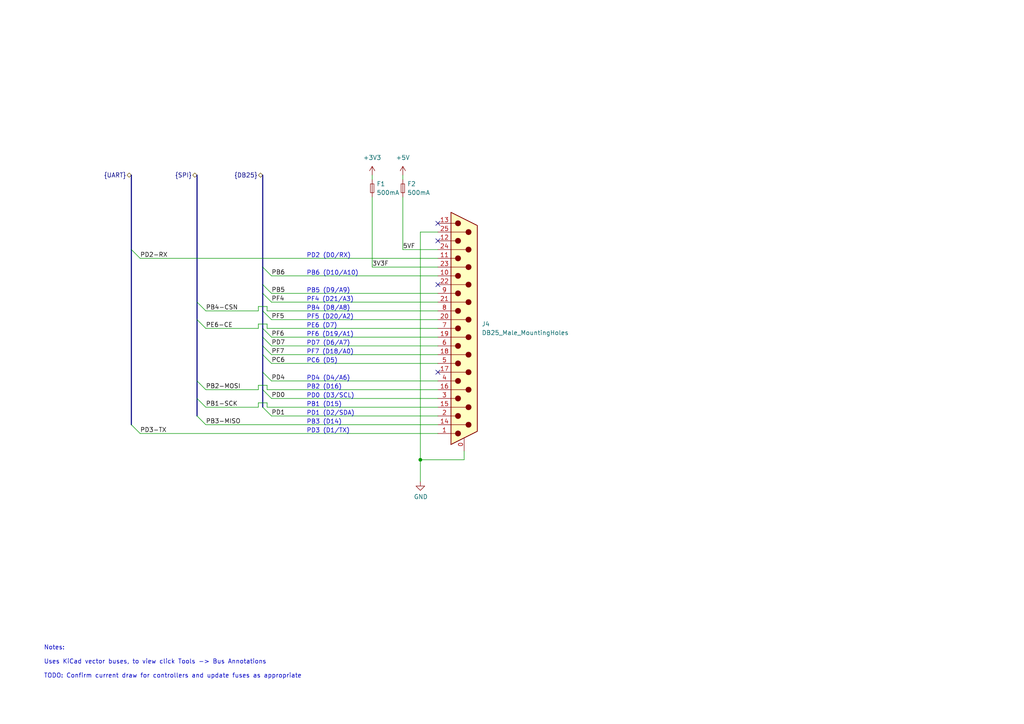
<source format=kicad_sch>
(kicad_sch (version 20211123) (generator eeschema)
  (paper "A4")
  (lib_symbols
    (symbol "Connector:DB25_Male_MountingHoles" (pin_names (offset 1.016) hide)
      (property "Reference" "J" (at 0 36.83 0))
      (property "Value" "DB25_Male_MountingHoles" (at 0 34.925 0))
      (symbol "DB25_Male_MountingHoles_0_1"
        (circle (center -1.778 -30.48) (radius 0.762) (fill (type outline)))
        (circle (center -1.778 -25.4) (radius 0.762) (fill (type outline)))
        (circle (center -1.778 -20.32) (radius 0.762) (fill (type outline)))
        (circle (center -1.778 -15.24) (radius 0.762) (fill (type outline)))
        (circle (center -1.778 -10.16) (radius 0.762) (fill (type outline)))
        (circle (center -1.778 -5.08) (radius 0.762) (fill (type outline)))
        (circle (center -1.778 0) (radius 0.762) (fill (type outline)))
        (circle (center -1.778 5.08) (radius 0.762) (fill (type outline)))
        (circle (center -1.778 10.16) (radius 0.762) (fill (type outline)))
        (circle (center -1.778 15.24) (radius 0.762) (fill (type outline)))
        (circle (center -1.778 20.32) (radius 0.762) (fill (type outline)))
        (circle (center -1.778 25.4) (radius 0.762) (fill (type outline)))
        (circle (center -1.778 30.48) (radius 0.762) (fill (type outline)))
        (polyline (pts (xy -3.81 -30.48) (xy -2.54 -30.48)))
        (polyline (pts (xy -3.81 -27.94) (xy 0.508 -27.94)))
        (polyline (pts (xy -3.81 -25.4) (xy -2.54 -25.4)))
        (polyline (pts (xy -3.81 -22.86) (xy 0.508 -22.86)))
        (polyline (pts (xy -3.81 -20.32) (xy -2.54 -20.32)))
        (polyline (pts (xy -3.81 -17.78) (xy 0.508 -17.78)))
        (polyline (pts (xy -3.81 -15.24) (xy -2.54 -15.24)))
        (polyline (pts (xy -3.81 -12.7) (xy 0.508 -12.7)))
        (polyline (pts (xy -3.81 -10.16) (xy -2.54 -10.16)))
        (polyline (pts (xy -3.81 -7.62) (xy 0.508 -7.62)))
        (polyline (pts (xy -3.81 -5.08) (xy -2.54 -5.08)))
        (polyline (pts (xy -3.81 -2.54) (xy 0.508 -2.54)))
        (polyline (pts (xy -3.81 0) (xy -2.54 0)))
        (polyline (pts (xy -3.81 2.54) (xy 0.508 2.54)))
        (polyline (pts (xy -3.81 5.08) (xy -2.54 5.08)))
        (polyline (pts (xy -3.81 7.62) (xy 0.508 7.62)))
        (polyline (pts (xy -3.81 10.16) (xy -2.54 10.16)))
        (polyline (pts (xy -3.81 12.7) (xy 0.508 12.7)))
        (polyline (pts (xy -3.81 15.24) (xy -2.54 15.24)))
        (polyline (pts (xy -3.81 17.78) (xy 0.508 17.78)))
        (polyline (pts (xy -3.81 20.32) (xy -2.54 20.32)))
        (polyline (pts (xy -3.81 22.86) (xy 0.508 22.86)))
        (polyline (pts (xy -3.81 25.4) (xy -2.54 25.4)))
        (polyline (pts (xy -3.81 27.94) (xy 0.508 27.94)))
        (polyline (pts (xy -3.81 30.48) (xy -2.54 30.48)))
        (polyline (pts (xy -3.81 -33.655) (xy 3.81 -29.845) (xy 3.81 29.845) (xy -3.81 33.655) (xy -3.81 -33.655)) (stroke (width 0.254)) (fill (type background)))
        (circle (center 1.27 -27.94) (radius 0.762) (fill (type outline)))
        (circle (center 1.27 -22.86) (radius 0.762) (fill (type outline)))
        (circle (center 1.27 -17.78) (radius 0.762) (fill (type outline)))
        (circle (center 1.27 -12.7) (radius 0.762) (fill (type outline)))
        (circle (center 1.27 -7.62) (radius 0.762) (fill (type outline)))
        (circle (center 1.27 -2.54) (radius 0.762) (fill (type outline)))
        (circle (center 1.27 2.54) (radius 0.762) (fill (type outline)))
        (circle (center 1.27 7.62) (radius 0.762) (fill (type outline)))
        (circle (center 1.27 12.7) (radius 0.762) (fill (type outline)))
        (circle (center 1.27 17.78) (radius 0.762) (fill (type outline)))
        (circle (center 1.27 22.86) (radius 0.762) (fill (type outline)))
        (circle (center 1.27 27.94) (radius 0.762) (fill (type outline)))
      )
      (symbol "DB25_Male_MountingHoles_1_1"
        (pin passive line (at 0 -35.56 90) (length 3.81) (name "PAD") (number "0"))
        (pin passive line (at -7.62 -30.48 0) (length 3.81) (name "1") (number "1"))
        (pin passive line (at -7.62 15.24 0) (length 3.81) (name "10") (number "10"))
        (pin passive line (at -7.62 20.32 0) (length 3.81) (name "11") (number "11"))
        (pin passive line (at -7.62 25.4 0) (length 3.81) (name "12") (number "12"))
        (pin passive line (at -7.62 30.48 0) (length 3.81) (name "13") (number "13"))
        (pin passive line (at -7.62 -27.94 0) (length 3.81) (name "P14") (number "14"))
        (pin passive line (at -7.62 -22.86 0) (length 3.81) (name "P15") (number "15"))
        (pin passive line (at -7.62 -17.78 0) (length 3.81) (name "P16") (number "16"))
        (pin passive line (at -7.62 -12.7 0) (length 3.81) (name "P17") (number "17"))
        (pin passive line (at -7.62 -7.62 0) (length 3.81) (name "P18") (number "18"))
        (pin passive line (at -7.62 -2.54 0) (length 3.81) (name "P19") (number "19"))
        (pin passive line (at -7.62 -25.4 0) (length 3.81) (name "2") (number "2"))
        (pin passive line (at -7.62 2.54 0) (length 3.81) (name "P20") (number "20"))
        (pin passive line (at -7.62 7.62 0) (length 3.81) (name "P21") (number "21"))
        (pin passive line (at -7.62 12.7 0) (length 3.81) (name "P22") (number "22"))
        (pin passive line (at -7.62 17.78 0) (length 3.81) (name "P23") (number "23"))
        (pin passive line (at -7.62 22.86 0) (length 3.81) (name "P24") (number "24"))
        (pin passive line (at -7.62 27.94 0) (length 3.81) (name "P25") (number "25"))
        (pin passive line (at -7.62 -20.32 0) (length 3.81) (name "3") (number "3"))
        (pin passive line (at -7.62 -15.24 0) (length 3.81) (name "4") (number "4"))
        (pin passive line (at -7.62 -10.16 0) (length 3.81) (name "5") (number "5"))
        (pin passive line (at -7.62 -5.08 0) (length 3.81) (name "6") (number "6"))
        (pin passive line (at -7.62 0 0) (length 3.81) (name "7") (number "7"))
        (pin passive line (at -7.62 5.08 0) (length 3.81) (name "8") (number "8"))
        (pin passive line (at -7.62 10.16 0) (length 3.81) (name "9") (number "9"))
      )
    )
    (symbol "Device:Fuse_Small" (pin_numbers hide) (pin_names (offset 0.254) hide)
      (property "Reference" "F" (at 0 -1.524 0))
      (property "Value" "Fuse_Small" (at 0 1.524 0))
      (symbol "Fuse_Small_0_1"
        (rectangle (start -1.27 0.508) (end 1.27 -0.508))
        (polyline (pts (xy -1.27 0) (xy 1.27 0)))
      )
      (symbol "Fuse_Small_1_1"
        (pin passive line (at -2.54 0 0) (length 1.27) (name "~") (number "1"))
        (pin passive line (at 2.54 0 180) (length 1.27) (name "~") (number "2"))
      )
    )
    (symbol "power:+3V3" (power) (pin_names (offset 0))
      (property "Value" "+3V3" (at 0 3.556 0))
      (symbol "+3V3_0_1"
        (polyline (pts (xy -0.762 1.27) (xy 0 2.54)))
        (polyline (pts (xy 0 0) (xy 0 2.54)))
        (polyline (pts (xy 0 2.54) (xy 0.762 1.27)))
      )
      (symbol "+3V3_1_1"
        (pin power_in line (at 0 0 90) (length 0) hide (name "+3V3") (number "1"))
      )
    )
    (symbol "power:+5V" (power) (pin_names (offset 0))
      (property "Value" "+5V" (at 0 3.556 0))
      (symbol "+5V_0_1"
        (polyline (pts (xy -0.762 1.27) (xy 0 2.54)))
        (polyline (pts (xy 0 0) (xy 0 2.54)))
        (polyline (pts (xy 0 2.54) (xy 0.762 1.27)))
      )
      (symbol "+5V_1_1"
        (pin power_in line (at 0 0 90) (length 0) hide (name "+5V") (number "1"))
      )
    )
    (symbol "power:GND" (power) (pin_names (offset 0))
      (property "Value" "GND" (at 0 -3.81 0))
      (symbol "GND_0_1"
        (polyline (pts (xy 0 0) (xy 0 -1.27) (xy 1.27 -1.27) (xy 0 -2.54) (xy -1.27 -1.27) (xy 0 -1.27)))
      )
      (symbol "GND_1_1"
        (pin power_in line (at 0 0 270) (length 0) hide (name "GND") (number "1"))
      )
    )
  )
  (junction (at 121.92 133.35))
  (no_connect (at 127 107.95))
  (no_connect (at 127 69.85))
  (no_connect (at 127 82.55))
  (no_connect (at 127 64.77))
  (bus_entry (at 57.15 115.57) (size 2.54 2.54))
  (bus_entry (at 76.2 100.33) (size 2.54 2.54))
  (bus_entry (at 76.2 118.11) (size 2.54 2.54))
  (bus_entry (at 57.15 120.65) (size 2.54 2.54))
  (bus_entry (at 76.2 90.17) (size 2.54 2.54))
  (bus_entry (at 57.15 87.63) (size 2.54 2.54))
  (bus_entry (at 76.2 85.09) (size 2.54 2.54))
  (bus_entry (at 76.2 97.79) (size 2.54 2.54))
  (bus_entry (at 76.2 102.87) (size 2.54 2.54))
  (bus_entry (at 57.15 110.49) (size 2.54 2.54))
  (bus_entry (at 76.2 77.47) (size 2.54 2.54))
  (bus_entry (at 76.2 113.03) (size 2.54 2.54))
  (bus_entry (at 38.1 72.39) (size 2.54 2.54))
  (bus_entry (at 57.15 92.71) (size 2.54 2.54))
  (bus_entry (at 76.2 95.25) (size 2.54 2.54))
  (bus_entry (at 76.2 82.55) (size 2.54 2.54))
  (bus_entry (at 76.2 107.95) (size 2.54 2.54))
  (bus_entry (at 38.1 123.19) (size 2.54 2.54))
  (bus (pts (xy 76.2 77.47) (xy 76.2 82.55)))
  (bus (pts (xy 57.15 92.71) (xy 57.15 110.49)))
  (wire (pts (xy 78.74 115.57) (xy 127 115.57)))
  (wire (pts (xy 59.69 118.11) (xy 74.93 118.11)))
  (wire (pts (xy 78.74 97.79) (xy 127 97.79)))
  (wire (pts (xy 74.93 93.98) (xy 74.93 95.25)))
  (bus (pts (xy 76.2 95.25) (xy 76.2 97.79)))
  (bus (pts (xy 76.2 97.79) (xy 76.2 100.33)))
  (bus (pts (xy 76.2 102.87) (xy 76.2 107.95)))
  (wire (pts (xy 78.74 85.09) (xy 127 85.09)))
  (wire (pts (xy 74.93 116.84) (xy 74.93 118.11)))
  (wire (pts (xy 59.69 113.03) (xy 74.93 113.03)))
  (wire (pts (xy 107.95 57.15) (xy 107.95 77.47)))
  (bus (pts (xy 76.2 90.17) (xy 76.2 95.25)))
  (bus (pts (xy 76.2 82.55) (xy 76.2 85.09)))
  (wire (pts (xy 40.64 74.93) (xy 127 74.93)))
  (wire (pts (xy 74.93 111.76) (xy 74.93 113.03)))
  (wire (pts (xy 116.84 72.39) (xy 127 72.39)))
  (wire (pts (xy 116.84 50.8) (xy 116.84 52.07)))
  (wire (pts (xy 78.74 102.87) (xy 127 102.87)))
  (wire (pts (xy 77.47 118.11) (xy 77.47 116.84)))
  (wire (pts (xy 77.47 88.9) (xy 74.93 88.9)))
  (bus (pts (xy 76.2 85.09) (xy 76.2 90.17)))
  (wire (pts (xy 121.92 67.31) (xy 121.92 133.35)))
  (bus (pts (xy 57.15 115.57) (xy 57.15 120.65)))
  (wire (pts (xy 121.92 67.31) (xy 127 67.31)))
  (wire (pts (xy 77.47 116.84) (xy 74.93 116.84)))
  (bus (pts (xy 38.1 50.8) (xy 38.1 72.39)))
  (wire (pts (xy 78.74 87.63) (xy 127 87.63)))
  (wire (pts (xy 134.62 133.35) (xy 134.62 130.81)))
  (wire (pts (xy 107.95 77.47) (xy 127 77.47)))
  (bus (pts (xy 76.2 107.95) (xy 76.2 113.03)))
  (wire (pts (xy 77.47 95.25) (xy 77.47 93.98)))
  (bus (pts (xy 57.15 87.63) (xy 57.15 92.71)))
  (wire (pts (xy 78.74 92.71) (xy 127 92.71)))
  (bus (pts (xy 76.2 113.03) (xy 76.2 118.11)))
  (bus (pts (xy 76.2 50.8) (xy 76.2 77.47)))
  (wire (pts (xy 77.47 95.25) (xy 127 95.25)))
  (wire (pts (xy 77.47 90.17) (xy 77.47 88.9)))
  (wire (pts (xy 78.74 120.65) (xy 127 120.65)))
  (wire (pts (xy 40.64 125.73) (xy 127 125.73)))
  (wire (pts (xy 78.74 100.33) (xy 127 100.33)))
  (bus (pts (xy 38.1 72.39) (xy 38.1 123.19)))
  (wire (pts (xy 77.47 113.03) (xy 77.47 111.76)))
  (wire (pts (xy 127 118.11) (xy 77.47 118.11)))
  (wire (pts (xy 77.47 90.17) (xy 127 90.17)))
  (wire (pts (xy 78.74 80.01) (xy 127 80.01)))
  (wire (pts (xy 77.47 93.98) (xy 74.93 93.98)))
  (wire (pts (xy 59.69 90.17) (xy 74.93 90.17)))
  (wire (pts (xy 74.93 88.9) (xy 74.93 90.17)))
  (bus (pts (xy 57.15 110.49) (xy 57.15 115.57)))
  (wire (pts (xy 127 113.03) (xy 77.47 113.03)))
  (wire (pts (xy 121.92 133.35) (xy 134.62 133.35)))
  (bus (pts (xy 76.2 100.33) (xy 76.2 102.87)))
  (wire (pts (xy 77.47 111.76) (xy 74.93 111.76)))
  (wire (pts (xy 59.69 95.25) (xy 74.93 95.25)))
  (wire (pts (xy 107.95 50.8) (xy 107.95 52.07)))
  (wire (pts (xy 78.74 110.49) (xy 127 110.49)))
  (wire (pts (xy 116.84 57.15) (xy 116.84 72.39)))
  (wire (pts (xy 121.92 133.35) (xy 121.92 139.7)))
  (wire (pts (xy 78.74 105.41) (xy 127 105.41)))
  (bus (pts (xy 57.15 50.8) (xy 57.15 87.63)))
  (wire (pts (xy 59.69 123.19) (xy 127 123.19)))
  (text "Notes:\n\nUses KiCad vector buses, to view click Tools -> Bus Annotations\n\nTODO: Confirm current draw for controllers and update fuses as appropriate" (at 12.7 196.85 0) (effects (font (size 1.27 1.27)) (justify left bottom)))
  (text "PD2 (D0/RX)" (at 88.9 74.93 0) (effects (font (size 1.27 1.27)) (justify left bottom)))
  (text "PD0 (D3/SCL)" (at 88.9 115.57 0) (effects (font (size 1.27 1.27)) (justify left bottom)))
  (text "PD4 (D4/A6)" (at 88.9 110.49 0) (effects (font (size 1.27 1.27)) (justify left bottom)))
  (text "PF6 (D19/A1)" (at 88.9 97.79 0) (effects (font (size 1.27 1.27)) (justify left bottom)))
  (text "PF4 (D21/A3)" (at 88.9 87.63 0) (effects (font (size 1.27 1.27)) (justify left bottom)))
  (text "PC6 (D5)" (at 88.9 105.41 0) (effects (font (size 1.27 1.27)) (justify left bottom)))
  (text "PB4 (D8/A8)" (at 88.9 90.17 0) (effects (font (size 1.27 1.27)) (justify left bottom)))
  (text "PB1 (D15)" (at 88.9 118.11 0) (effects (font (size 1.27 1.27)) (justify left bottom)))
  (text "PE6 (D7)" (at 88.9 95.25 0) (effects (font (size 1.27 1.27)) (justify left bottom)))
  (text "PB5 (D9/A9)" (at 88.9 85.09 0) (effects (font (size 1.27 1.27)) (justify left bottom)))
  (text "PD1 (D2/SDA)" (at 88.9 120.65 0) (effects (font (size 1.27 1.27)) (justify left bottom)))
  (text "PD3 (D1/TX)" (at 88.9 125.73 0) (effects (font (size 1.27 1.27)) (justify left bottom)))
  (text "PB3 (D14)" (at 88.9 123.19 0) (effects (font (size 1.27 1.27)) (justify left bottom)))
  (text "PF7 (D18/A0)" (at 88.9 102.87 0) (effects (font (size 1.27 1.27)) (justify left bottom)))
  (text "PB2 (D16)" (at 88.9 113.03 0) (effects (font (size 1.27 1.27)) (justify left bottom)))
  (text "PD7 (D6/A7)" (at 88.9 100.33 0) (effects (font (size 1.27 1.27)) (justify left bottom)))
  (text "PB6 (D10/A10)" (at 88.9 80.01 0) (effects (font (size 1.27 1.27)) (justify left bottom)))
  (text "PF5 (D20/A2)" (at 88.9 92.71 0) (effects (font (size 1.27 1.27)) (justify left bottom)))
  (label "PC6" (at 78.74 105.41 0))
  (label "PB5" (at 78.74 85.09 0))
  (label "PB2-MOSI" (at 59.69 113.03 0))
  (label "PD0" (at 78.74 115.57 0))
  (label "PB3-MISO" (at 59.69 123.19 0))
  (label "PD3-TX" (at 40.64 125.73 0))
  (label "PD1" (at 78.74 120.65 0))
  (label "PF5" (at 78.74 92.71 0))
  (label "5VF" (at 116.84 72.39 0))
  (label "PF4" (at 78.74 87.63 0))
  (label "PB6" (at 78.74 80.01 0))
  (label "PD4" (at 78.74 110.49 0))
  (label "PD2-RX" (at 40.64 74.93 0))
  (label "PE6-CE" (at 59.69 95.25 0))
  (label "PB4-CSN" (at 59.69 90.17 0))
  (label "3V3F" (at 107.95 77.47 0))
  (label "PF7" (at 78.74 102.87 0))
  (label "PF6" (at 78.74 97.79 0))
  (label "PD7" (at 78.74 100.33 0))
  (label "PB1-SCK" (at 59.69 118.11 0))
  (hierarchical_label "{SPI}" (shape bidirectional) (at 57.15 50.8 180))
  (hierarchical_label "{UART}" (shape bidirectional) (at 38.1 50.8 180))
  (hierarchical_label "{DB25}" (shape bidirectional) (at 76.2 50.8 180))
  (symbol (lib_id "Connector:DB25_Male_MountingHoles") (at 134.62 95.25 0) (unit 1)
    (property "Reference" "J4" (at 139.7 93.9799 0) (effects (justify left)))
    (property "Value" "DB25_Male_MountingHoles" (at 139.7 96.5199 0) (effects (justify left)))
    (property "Footprint" "Connector_Dsub:DSUB-25_Male_Horizontal_P2.77x2.84mm_EdgePinOffset7.70mm_Housed_MountingHolesOffset9.12mm" (effects hide))
    (property "Datasheet" " ~" (effects hide))
  )
  (symbol (lib_id "Device:Fuse_Small") (at 116.84 54.61 90) (unit 1)
    (property "Reference" "F2" (at 118.11 53.3399 90) (effects (justify right)))
    (property "Value" "500mA" (at 118.11 55.8799 90) (effects (justify right)))
    (property "Footprint" "Fuse:Fuse_0805_2012Metric" (effects hide))
  )
  (symbol (lib_id "power:GND") (at 121.92 139.7 0) (unit 1)
    (property "Reference" "#PWR023" (effects hide))
    (property "Value" "GND" (at 122.047 144.0942 0))
  )
  (symbol (lib_id "power:+3V3") (at 107.95 50.8 0) (unit 1)
    (property "Reference" "#PWR021" (effects hide))
    (property "Value" "+3V3" (at 107.95 45.72 0))
  )
  (symbol (lib_id "power:+5V") (at 116.84 50.8 0) (unit 1)
    (property "Reference" "#PWR022" (effects hide))
    (property "Value" "+5V" (at 116.84 45.72 0))
  )
  (symbol (lib_id "Device:Fuse_Small") (at 107.95 54.61 90) (unit 1)
    (property "Reference" "F1" (at 109.22 53.3399 90) (effects (justify right)))
    (property "Value" "500mA" (at 109.22 55.8799 90) (effects (justify right)))
    (property "Footprint" "Fuse:Fuse_0805_2012Metric" (effects hide))
  )
)
</source>
